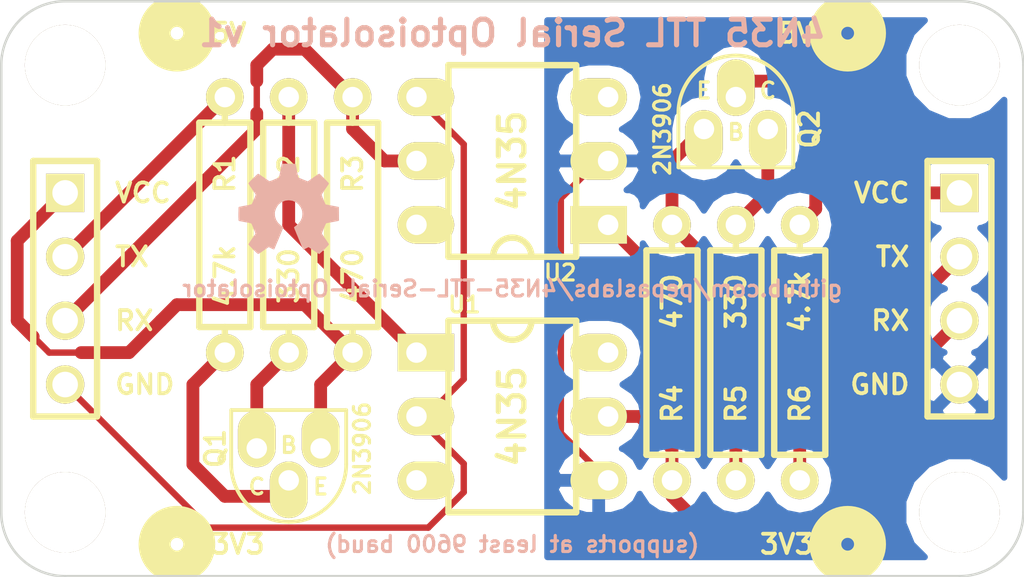
<source format=kicad_pcb>
(kicad_pcb (version 20171130) (host pcbnew "(5.1.12)-1")

  (general
    (thickness 1.6)
    (drawings 27)
    (tracks 74)
    (zones 0)
    (modules 17)
    (nets 15)
  )

  (page A3)
  (layers
    (0 F.Cu signal)
    (31 B.Cu signal)
    (32 B.Adhes user)
    (33 F.Adhes user)
    (34 B.Paste user)
    (35 F.Paste user)
    (36 B.SilkS user)
    (37 F.SilkS user)
    (38 B.Mask user)
    (39 F.Mask user)
    (40 Dwgs.User user)
    (41 Cmts.User user)
    (42 Eco1.User user)
    (43 Eco2.User user)
    (44 Edge.Cuts user)
  )

  (setup
    (last_trace_width 0.254)
    (user_trace_width 0.508)
    (trace_clearance 0.254)
    (zone_clearance 0.508)
    (zone_45_only no)
    (trace_min 0.254)
    (via_size 0.889)
    (via_drill 0.635)
    (via_min_size 0.889)
    (via_min_drill 0.508)
    (uvia_size 0.508)
    (uvia_drill 0.127)
    (uvias_allowed no)
    (uvia_min_size 0.508)
    (uvia_min_drill 0.127)
    (edge_width 0.1)
    (segment_width 0.2)
    (pcb_text_width 0.3)
    (pcb_text_size 1.5 1.5)
    (mod_edge_width 0.15)
    (mod_text_size 1 1)
    (mod_text_width 0.15)
    (pad_size 1.5 1.5)
    (pad_drill 0.6)
    (pad_to_mask_clearance 0)
    (aux_axis_origin 0 0)
    (visible_elements 7FFFFFFF)
    (pcbplotparams
      (layerselection 0x00030_ffffffff)
      (usegerberextensions true)
      (usegerberattributes true)
      (usegerberadvancedattributes true)
      (creategerberjobfile true)
      (excludeedgelayer true)
      (linewidth 0.150000)
      (plotframeref false)
      (viasonmask false)
      (mode 1)
      (useauxorigin false)
      (hpglpennumber 1)
      (hpglpenspeed 20)
      (hpglpendiameter 15.000000)
      (psnegative false)
      (psa4output false)
      (plotreference true)
      (plotvalue true)
      (plotinvisibletext false)
      (padsonsilk false)
      (subtractmaskfromsilk false)
      (outputformat 1)
      (mirror false)
      (drillshape 0)
      (scaleselection 1)
      (outputdirectory "../gerbers/"))
  )

  (net 0 "")
  (net 1 GNDA)
  (net 2 GNDB)
  (net 3 N-0000011)
  (net 4 N-0000012)
  (net 5 N-0000015)
  (net 6 N-000005)
  (net 7 N-000006)
  (net 8 N-000007)
  (net 9 RXA)
  (net 10 RXB)
  (net 11 TXA)
  (net 12 TXB)
  (net 13 VCCA)
  (net 14 VCCB)

  (net_class Default "This is the default net class."
    (clearance 0.254)
    (trace_width 0.254)
    (via_dia 0.889)
    (via_drill 0.635)
    (uvia_dia 0.508)
    (uvia_drill 0.127)
    (add_net GNDA)
    (add_net GNDB)
    (add_net N-0000011)
    (add_net N-0000012)
    (add_net N-0000015)
    (add_net N-000005)
    (add_net N-000006)
    (add_net N-000007)
    (add_net RXA)
    (add_net RXB)
    (add_net TXA)
    (add_net TXB)
    (add_net VCCA)
    (add_net VCCB)
  )

  (module TO-92_Q_EBC_059Bo_PL (layer F.Cu) (tedit 5324AA28) (tstamp 5546F383)
    (at 212.09 69.85)
    (descr "TO-92 Transistor, EBC pinout")
    (tags DEV)
    (path /5546F340)
    (fp_text reference Q1 (at -4.191 0 90) (layer F.SilkS)
      (effects (font (size 0.762 0.762) (thickness 0.1524)))
    )
    (fp_text value 2N3906 (at 1.651 0 90) (layer F.SilkS)
      (effects (font (size 0.635 0.635) (thickness 0.127)))
    )
    (fp_line (start -3.556 -1.524) (end -3.556 0.635) (layer F.SilkS) (width 0.15))
    (fp_line (start 1.016 -1.524) (end -3.556 -1.524) (layer F.SilkS) (width 0.15))
    (fp_line (start 1.016 0.635) (end 1.016 -1.524) (layer F.SilkS) (width 0.15))
    (fp_arc (start -1.27 0.635) (end -1.27 2.921) (angle 90) (layer F.SilkS) (width 0.15))
    (fp_arc (start -1.27 0.635) (end 1.016 0.635) (angle 90) (layer F.SilkS) (width 0.15))
    (fp_text user E (at 0 1.524) (layer F.SilkS)
      (effects (font (size 0.635 0.635) (thickness 0.127)))
    )
    (fp_text user B (at -1.27 -0.127) (layer F.SilkS)
      (effects (font (size 0.635 0.635) (thickness 0.127)))
    )
    (fp_text user C (at -2.54 1.524) (layer F.SilkS)
      (effects (font (size 0.635 0.635) (thickness 0.127)))
    )
    (pad 1 thru_hole oval (at 0 0) (size 1.4986 2.2479) (drill 0.8128 (offset 0 -0.37465)) (layers *.Cu *.Mask F.SilkS)
      (net 13 VCCA))
    (pad 2 thru_hole oval (at -1.27 1.27) (size 1.4986 2.2479) (drill 0.8128 (offset 0 0.37465)) (layers *.Cu *.Mask F.SilkS)
      (net 4 N-0000012))
    (pad 3 thru_hole oval (at -2.54 0) (size 1.4986 2.2479) (drill 0.8128 (offset 0 -0.37465)) (layers *.Cu *.Mask F.SilkS)
      (net 3 N-0000011))
    (model to-xxx-packages/to92.wrl
      (at (xyz 0 0 0))
      (scale (xyz 1 1 1))
      (rotate (xyz 0 0 0))
    )
  )

  (module TO-92_Q_EBC_059Bo_PL (layer F.Cu) (tedit 5324AA28) (tstamp 5546F392)
    (at 227.33 57.15 180)
    (descr "TO-92 Transistor, EBC pinout")
    (tags DEV)
    (path /5546F361)
    (fp_text reference Q2 (at -4.191 0 270) (layer F.SilkS)
      (effects (font (size 0.762 0.762) (thickness 0.1524)))
    )
    (fp_text value 2N3906 (at 1.651 0 270) (layer F.SilkS)
      (effects (font (size 0.635 0.635) (thickness 0.127)))
    )
    (fp_line (start -3.556 -1.524) (end -3.556 0.635) (layer F.SilkS) (width 0.15))
    (fp_line (start 1.016 -1.524) (end -3.556 -1.524) (layer F.SilkS) (width 0.15))
    (fp_line (start 1.016 0.635) (end 1.016 -1.524) (layer F.SilkS) (width 0.15))
    (fp_arc (start -1.27 0.635) (end -1.27 2.921) (angle 90) (layer F.SilkS) (width 0.15))
    (fp_arc (start -1.27 0.635) (end 1.016 0.635) (angle 90) (layer F.SilkS) (width 0.15))
    (fp_text user E (at 0 1.524 180) (layer F.SilkS)
      (effects (font (size 0.635 0.635) (thickness 0.127)))
    )
    (fp_text user B (at -1.27 -0.127 180) (layer F.SilkS)
      (effects (font (size 0.635 0.635) (thickness 0.127)))
    )
    (fp_text user C (at -2.54 1.524 180) (layer F.SilkS)
      (effects (font (size 0.635 0.635) (thickness 0.127)))
    )
    (pad 1 thru_hole oval (at 0 0 180) (size 1.4986 2.2479) (drill 0.8128 (offset 0 -0.37465)) (layers *.Cu *.Mask F.SilkS)
      (net 14 VCCB))
    (pad 2 thru_hole oval (at -1.27 1.27 180) (size 1.4986 2.2479) (drill 0.8128 (offset 0 0.37465)) (layers *.Cu *.Mask F.SilkS)
      (net 6 N-000005))
    (pad 3 thru_hole oval (at -2.54 0 180) (size 1.4986 2.2479) (drill 0.8128 (offset 0 -0.37465)) (layers *.Cu *.Mask F.SilkS)
      (net 7 N-000006))
    (model to-xxx-packages/to92.wrl
      (at (xyz 0 0 0))
      (scale (xyz 1 1 1))
      (rotate (xyz 0 0 0))
    )
  )

  (module R_AXIAL_0W25_059A_PL (layer F.Cu) (tedit 53A245D9) (tstamp 5546F39F)
    (at 208.28 55.88 270)
    (descr "Resistor Axial 1/4W 0.4\"")
    (tags R)
    (path /55465781)
    (autoplace_cost180 10)
    (fp_text reference R1 (at 3.048 0 270) (layer F.SilkS)
      (effects (font (size 0.762 0.762) (thickness 0.1524)))
    )
    (fp_text value 4.7k (at 7.112 0 270) (layer F.SilkS)
      (effects (font (size 0.762 0.762) (thickness 0.1524)))
    )
    (fp_line (start 10.16 0) (end 9.144 0) (layer F.SilkS) (width 0.254))
    (fp_line (start 1.016 1.016) (end 1.016 0) (layer F.SilkS) (width 0.254))
    (fp_line (start 9.144 1.016) (end 1.016 1.016) (layer F.SilkS) (width 0.254))
    (fp_line (start 9.144 -1.016) (end 9.144 1.016) (layer F.SilkS) (width 0.254))
    (fp_line (start 1.016 -1.016) (end 9.144 -1.016) (layer F.SilkS) (width 0.254))
    (fp_line (start 1.016 0) (end 1.016 -1.016) (layer F.SilkS) (width 0.254))
    (fp_line (start 0 0) (end 1.016 0) (layer F.SilkS) (width 0.254))
    (pad 1 thru_hole oval (at 0 0 270) (size 1.4986 1.4986) (drill 0.8128) (layers *.Cu *.Mask F.SilkS)
      (net 11 TXA))
    (pad 2 thru_hole oval (at 10.16 0 270) (size 1.4986 1.4986) (drill 0.8128) (layers *.Cu *.Mask F.SilkS)
      (net 4 N-0000012))
    (model discret/resistor.wrl
      (at (xyz 0 0 0))
      (scale (xyz 0.4 0.4 0.4))
      (rotate (xyz 0 0 0))
    )
  )

  (module R_AXIAL_0W25_059A_PL (layer F.Cu) (tedit 53A245D9) (tstamp 5546F3AC)
    (at 226.06 71.12 90)
    (descr "Resistor Axial 1/4W 0.4\"")
    (tags R)
    (path /55465B77)
    (autoplace_cost180 10)
    (fp_text reference R4 (at 3.048 0 90) (layer F.SilkS)
      (effects (font (size 0.762 0.762) (thickness 0.1524)))
    )
    (fp_text value 470 (at 7.112 0 90) (layer F.SilkS)
      (effects (font (size 0.762 0.762) (thickness 0.1524)))
    )
    (fp_line (start 10.16 0) (end 9.144 0) (layer F.SilkS) (width 0.254))
    (fp_line (start 1.016 1.016) (end 1.016 0) (layer F.SilkS) (width 0.254))
    (fp_line (start 9.144 1.016) (end 1.016 1.016) (layer F.SilkS) (width 0.254))
    (fp_line (start 9.144 -1.016) (end 9.144 1.016) (layer F.SilkS) (width 0.254))
    (fp_line (start 1.016 -1.016) (end 9.144 -1.016) (layer F.SilkS) (width 0.254))
    (fp_line (start 1.016 0) (end 1.016 -1.016) (layer F.SilkS) (width 0.254))
    (fp_line (start 0 0) (end 1.016 0) (layer F.SilkS) (width 0.254))
    (pad 1 thru_hole oval (at 0 0 90) (size 1.4986 1.4986) (drill 0.8128) (layers *.Cu *.Mask F.SilkS)
      (net 10 RXB))
    (pad 2 thru_hole oval (at 10.16 0 90) (size 1.4986 1.4986) (drill 0.8128) (layers *.Cu *.Mask F.SilkS)
      (net 14 VCCB))
    (model discret/resistor.wrl
      (at (xyz 0 0 0))
      (scale (xyz 0.4 0.4 0.4))
      (rotate (xyz 0 0 0))
    )
  )

  (module R_AXIAL_0W25_059A_PL (layer F.Cu) (tedit 53A245D9) (tstamp 5546F3B9)
    (at 210.82 55.88 270)
    (descr "Resistor Axial 1/4W 0.4\"")
    (tags R)
    (path /5546D91C)
    (autoplace_cost180 10)
    (fp_text reference R2 (at 3.048 0 270) (layer F.SilkS)
      (effects (font (size 0.762 0.762) (thickness 0.1524)))
    )
    (fp_text value 330 (at 7.112 0 270) (layer F.SilkS)
      (effects (font (size 0.762 0.762) (thickness 0.1524)))
    )
    (fp_line (start 10.16 0) (end 9.144 0) (layer F.SilkS) (width 0.254))
    (fp_line (start 1.016 1.016) (end 1.016 0) (layer F.SilkS) (width 0.254))
    (fp_line (start 9.144 1.016) (end 1.016 1.016) (layer F.SilkS) (width 0.254))
    (fp_line (start 9.144 -1.016) (end 9.144 1.016) (layer F.SilkS) (width 0.254))
    (fp_line (start 1.016 -1.016) (end 9.144 -1.016) (layer F.SilkS) (width 0.254))
    (fp_line (start 1.016 0) (end 1.016 -1.016) (layer F.SilkS) (width 0.254))
    (fp_line (start 0 0) (end 1.016 0) (layer F.SilkS) (width 0.254))
    (pad 1 thru_hole oval (at 0 0 270) (size 1.4986 1.4986) (drill 0.8128) (layers *.Cu *.Mask F.SilkS)
      (net 5 N-0000015))
    (pad 2 thru_hole oval (at 10.16 0 270) (size 1.4986 1.4986) (drill 0.8128) (layers *.Cu *.Mask F.SilkS)
      (net 3 N-0000011))
    (model discret/resistor.wrl
      (at (xyz 0 0 0))
      (scale (xyz 0.4 0.4 0.4))
      (rotate (xyz 0 0 0))
    )
  )

  (module R_AXIAL_0W25_059A_PL (layer F.Cu) (tedit 53A245D9) (tstamp 5546F3C6)
    (at 231.14 71.12 90)
    (descr "Resistor Axial 1/4W 0.4\"")
    (tags R)
    (path /5546D977)
    (autoplace_cost180 10)
    (fp_text reference R6 (at 3.048 0 90) (layer F.SilkS)
      (effects (font (size 0.762 0.762) (thickness 0.1524)))
    )
    (fp_text value 4.7k (at 7.112 0 90) (layer F.SilkS)
      (effects (font (size 0.762 0.762) (thickness 0.1524)))
    )
    (fp_line (start 10.16 0) (end 9.144 0) (layer F.SilkS) (width 0.254))
    (fp_line (start 1.016 1.016) (end 1.016 0) (layer F.SilkS) (width 0.254))
    (fp_line (start 9.144 1.016) (end 1.016 1.016) (layer F.SilkS) (width 0.254))
    (fp_line (start 9.144 -1.016) (end 9.144 1.016) (layer F.SilkS) (width 0.254))
    (fp_line (start 1.016 -1.016) (end 9.144 -1.016) (layer F.SilkS) (width 0.254))
    (fp_line (start 1.016 0) (end 1.016 -1.016) (layer F.SilkS) (width 0.254))
    (fp_line (start 0 0) (end 1.016 0) (layer F.SilkS) (width 0.254))
    (pad 1 thru_hole oval (at 0 0 90) (size 1.4986 1.4986) (drill 0.8128) (layers *.Cu *.Mask F.SilkS)
      (net 12 TXB))
    (pad 2 thru_hole oval (at 10.16 0 90) (size 1.4986 1.4986) (drill 0.8128) (layers *.Cu *.Mask F.SilkS)
      (net 6 N-000005))
    (model discret/resistor.wrl
      (at (xyz 0 0 0))
      (scale (xyz 0.4 0.4 0.4))
      (rotate (xyz 0 0 0))
    )
  )

  (module R_AXIAL_0W25_059A_PL (layer F.Cu) (tedit 53A245D9) (tstamp 5546F3D3)
    (at 213.36 55.88 270)
    (descr "Resistor Axial 1/4W 0.4\"")
    (tags R)
    (path /5546D97D)
    (autoplace_cost180 10)
    (fp_text reference R3 (at 3.048 0 270) (layer F.SilkS)
      (effects (font (size 0.762 0.762) (thickness 0.1524)))
    )
    (fp_text value 470 (at 7.112 0 270) (layer F.SilkS)
      (effects (font (size 0.762 0.762) (thickness 0.1524)))
    )
    (fp_line (start 10.16 0) (end 9.144 0) (layer F.SilkS) (width 0.254))
    (fp_line (start 1.016 1.016) (end 1.016 0) (layer F.SilkS) (width 0.254))
    (fp_line (start 9.144 1.016) (end 1.016 1.016) (layer F.SilkS) (width 0.254))
    (fp_line (start 9.144 -1.016) (end 9.144 1.016) (layer F.SilkS) (width 0.254))
    (fp_line (start 1.016 -1.016) (end 9.144 -1.016) (layer F.SilkS) (width 0.254))
    (fp_line (start 1.016 0) (end 1.016 -1.016) (layer F.SilkS) (width 0.254))
    (fp_line (start 0 0) (end 1.016 0) (layer F.SilkS) (width 0.254))
    (pad 1 thru_hole oval (at 0 0 270) (size 1.4986 1.4986) (drill 0.8128) (layers *.Cu *.Mask F.SilkS)
      (net 9 RXA))
    (pad 2 thru_hole oval (at 10.16 0 270) (size 1.4986 1.4986) (drill 0.8128) (layers *.Cu *.Mask F.SilkS)
      (net 13 VCCA))
    (model discret/resistor.wrl
      (at (xyz 0 0 0))
      (scale (xyz 0.4 0.4 0.4))
      (rotate (xyz 0 0 0))
    )
  )

  (module R_AXIAL_0W25_059A_PL (layer F.Cu) (tedit 53A245D9) (tstamp 5546F3E0)
    (at 228.6 71.12 90)
    (descr "Resistor Axial 1/4W 0.4\"")
    (tags R)
    (path /5546D98C)
    (autoplace_cost180 10)
    (fp_text reference R5 (at 3.048 0 90) (layer F.SilkS)
      (effects (font (size 0.762 0.762) (thickness 0.1524)))
    )
    (fp_text value 330 (at 7.112 0 90) (layer F.SilkS)
      (effects (font (size 0.762 0.762) (thickness 0.1524)))
    )
    (fp_line (start 10.16 0) (end 9.144 0) (layer F.SilkS) (width 0.254))
    (fp_line (start 1.016 1.016) (end 1.016 0) (layer F.SilkS) (width 0.254))
    (fp_line (start 9.144 1.016) (end 1.016 1.016) (layer F.SilkS) (width 0.254))
    (fp_line (start 9.144 -1.016) (end 9.144 1.016) (layer F.SilkS) (width 0.254))
    (fp_line (start 1.016 -1.016) (end 9.144 -1.016) (layer F.SilkS) (width 0.254))
    (fp_line (start 1.016 0) (end 1.016 -1.016) (layer F.SilkS) (width 0.254))
    (fp_line (start 0 0) (end 1.016 0) (layer F.SilkS) (width 0.254))
    (pad 1 thru_hole oval (at 0 0 90) (size 1.4986 1.4986) (drill 0.8128) (layers *.Cu *.Mask F.SilkS)
      (net 8 N-000007))
    (pad 2 thru_hole oval (at 10.16 0 90) (size 1.4986 1.4986) (drill 0.8128) (layers *.Cu *.Mask F.SilkS)
      (net 7 N-000006))
    (model discret/resistor.wrl
      (at (xyz 0 0 0))
      (scale (xyz 0.4 0.4 0.4))
      (rotate (xyz 0 0 0))
    )
  )

  (module PIN_ARRAY_4x1 (layer F.Cu) (tedit 5546FC4D) (tstamp 5546F3EC)
    (at 201.93 63.5 270)
    (descr "Double rangee de contacts 2 x 5 pins")
    (tags CONN)
    (path /554657AF)
    (fp_text reference P1 (at 0 -2.54 270) (layer F.SilkS) hide
      (effects (font (size 1.016 1.016) (thickness 0.2032)))
    )
    (fp_text value CONN_4 (at 0 2.54 270) (layer F.SilkS) hide
      (effects (font (size 1.016 1.016) (thickness 0.2032)))
    )
    (fp_line (start 5.08 1.27) (end 5.08 -1.27) (layer F.SilkS) (width 0.254))
    (fp_line (start -5.08 -1.27) (end -5.08 1.27) (layer F.SilkS) (width 0.254))
    (fp_line (start 5.08 -1.27) (end -5.08 -1.27) (layer F.SilkS) (width 0.254))
    (fp_line (start 5.08 1.27) (end -5.08 1.27) (layer F.SilkS) (width 0.254))
    (pad 1 thru_hole rect (at -3.81 0 270) (size 1.524 1.524) (drill 1.016) (layers *.Cu *.Mask F.SilkS)
      (net 13 VCCA))
    (pad 2 thru_hole circle (at -1.27 0 270) (size 1.524 1.524) (drill 1.016) (layers *.Cu *.Mask F.SilkS)
      (net 11 TXA))
    (pad 3 thru_hole circle (at 1.27 0 270) (size 1.524 1.524) (drill 1.016) (layers *.Cu *.Mask F.SilkS)
      (net 9 RXA))
    (pad 4 thru_hole circle (at 3.81 0 270) (size 1.524 1.524) (drill 1.016) (layers *.Cu *.Mask F.SilkS)
      (net 1 GNDA))
    (model pin_array\pins_array_4x1.wrl
      (at (xyz 0 0 0))
      (scale (xyz 1 1 1))
      (rotate (xyz 0 0 0))
    )
  )

  (module PIN_ARRAY_4x1 (layer F.Cu) (tedit 5546FCF8) (tstamp 5546F3F8)
    (at 237.49 63.5 270)
    (descr "Double rangee de contacts 2 x 5 pins")
    (tags CONN)
    (path /55465835)
    (fp_text reference P2 (at 0 -2.54 270) (layer F.SilkS) hide
      (effects (font (size 1.016 1.016) (thickness 0.2032)))
    )
    (fp_text value CONN_4 (at 0 2.54 270) (layer F.SilkS) hide
      (effects (font (size 1.016 1.016) (thickness 0.2032)))
    )
    (fp_line (start 5.08 1.27) (end 5.08 -1.27) (layer F.SilkS) (width 0.254))
    (fp_line (start -5.08 -1.27) (end -5.08 1.27) (layer F.SilkS) (width 0.254))
    (fp_line (start 5.08 -1.27) (end -5.08 -1.27) (layer F.SilkS) (width 0.254))
    (fp_line (start 5.08 1.27) (end -5.08 1.27) (layer F.SilkS) (width 0.254))
    (pad 1 thru_hole rect (at -3.81 0 270) (size 1.524 1.524) (drill 1.016) (layers *.Cu *.Mask F.SilkS)
      (net 14 VCCB))
    (pad 2 thru_hole circle (at -1.27 0 270) (size 1.524 1.524) (drill 1.016) (layers *.Cu *.Mask F.SilkS)
      (net 12 TXB))
    (pad 3 thru_hole circle (at 1.27 0 270) (size 1.524 1.524) (drill 1.016) (layers *.Cu *.Mask F.SilkS)
      (net 10 RXB))
    (pad 4 thru_hole circle (at 3.81 0 270) (size 1.524 1.524) (drill 1.016) (layers *.Cu *.Mask F.SilkS)
      (net 2 GNDB))
    (model pin_array\pins_array_4x1.wrl
      (at (xyz 0 0 0))
      (scale (xyz 1 1 1))
      (rotate (xyz 0 0 0))
    )
  )

  (module DIP6_PL (layer F.Cu) (tedit 5546FCDC) (tstamp 5546F408)
    (at 215.9 66.04 270)
    (descr "6-lead DIP package")
    (tags DIP)
    (path /55465719)
    (fp_text reference U1 (at -1.905 -1.905) (layer F.SilkS)
      (effects (font (size 0.635 0.635) (thickness 0.127)))
    )
    (fp_text value 4N35 (at 2.54 -3.81 270) (layer F.SilkS)
      (effects (font (size 1.016 1.016) (thickness 0.2032)))
    )
    (fp_line (start -1.27 -1.27) (end -1.27 -6.35) (layer F.SilkS) (width 0.254))
    (fp_line (start 6.35 -1.27) (end -1.27 -1.27) (layer F.SilkS) (width 0.254))
    (fp_line (start 6.35 -6.35) (end 6.35 -1.27) (layer F.SilkS) (width 0.254))
    (fp_line (start -1.27 -6.35) (end 6.35 -6.35) (layer F.SilkS) (width 0.254))
    (fp_arc (start -1.27 -3.81) (end -1.27 -4.572) (angle 90) (layer F.SilkS) (width 0.254))
    (fp_arc (start -1.27 -3.81) (end -0.508 -3.81) (angle 90) (layer F.SilkS) (width 0.254))
    (pad 1 thru_hole rect (at 0 0 270) (size 1.4986 2.2479) (drill 0.8128 (offset 0 -0.37465)) (layers *.Cu *.Mask F.SilkS)
      (net 5 N-0000015))
    (pad 2 thru_hole oval (at 2.54 0 270) (size 1.4986 2.2479) (drill 0.8128 (offset 0 -0.37465)) (layers *.Cu *.Mask F.SilkS)
      (net 1 GNDA))
    (pad 3 thru_hole oval (at 5.08 0 270) (size 1.4986 2.2479) (drill 0.8128 (offset 0 -0.37465)) (layers *.Cu *.Mask F.SilkS))
    (pad 4 thru_hole oval (at 5.08 -7.62 270) (size 1.4986 2.2479) (drill 0.8128 (offset 0 0.37465)) (layers *.Cu *.Mask F.SilkS)
      (net 2 GNDB))
    (pad 5 thru_hole oval (at 2.54 -7.62 270) (size 1.4986 2.2479) (drill 0.8128 (offset 0 0.37465)) (layers *.Cu *.Mask F.SilkS)
      (net 10 RXB))
    (pad 6 thru_hole oval (at 0 -7.62 270) (size 1.4986 2.2479) (drill 0.8128 (offset 0 0.37465)) (layers *.Cu *.Mask F.SilkS))
    (model dil/dil_8.wrl
      (at (xyz 0 0 0))
      (scale (xyz 1 1 1))
      (rotate (xyz 0 0 0))
    )
  )

  (module DIP6_PL (layer F.Cu) (tedit 5546FCE9) (tstamp 5546F418)
    (at 223.52 60.96 90)
    (descr "6-lead DIP package")
    (tags DIP)
    (path /5546D971)
    (fp_text reference U2 (at -1.905 -1.905 180) (layer F.SilkS)
      (effects (font (size 0.635 0.635) (thickness 0.127)))
    )
    (fp_text value 4N35 (at 2.54 -3.81 90) (layer F.SilkS)
      (effects (font (size 1.016 1.016) (thickness 0.2032)))
    )
    (fp_line (start -1.27 -1.27) (end -1.27 -6.35) (layer F.SilkS) (width 0.254))
    (fp_line (start 6.35 -1.27) (end -1.27 -1.27) (layer F.SilkS) (width 0.254))
    (fp_line (start 6.35 -6.35) (end 6.35 -1.27) (layer F.SilkS) (width 0.254))
    (fp_line (start -1.27 -6.35) (end 6.35 -6.35) (layer F.SilkS) (width 0.254))
    (fp_arc (start -1.27 -3.81) (end -1.27 -4.572) (angle 90) (layer F.SilkS) (width 0.254))
    (fp_arc (start -1.27 -3.81) (end -0.508 -3.81) (angle 90) (layer F.SilkS) (width 0.254))
    (pad 1 thru_hole rect (at 0 0 90) (size 1.4986 2.2479) (drill 0.8128 (offset 0 -0.37465)) (layers *.Cu *.Mask F.SilkS)
      (net 8 N-000007))
    (pad 2 thru_hole oval (at 2.54 0 90) (size 1.4986 2.2479) (drill 0.8128 (offset 0 -0.37465)) (layers *.Cu *.Mask F.SilkS)
      (net 2 GNDB))
    (pad 3 thru_hole oval (at 5.08 0 90) (size 1.4986 2.2479) (drill 0.8128 (offset 0 -0.37465)) (layers *.Cu *.Mask F.SilkS))
    (pad 4 thru_hole oval (at 5.08 -7.62 90) (size 1.4986 2.2479) (drill 0.8128 (offset 0 0.37465)) (layers *.Cu *.Mask F.SilkS)
      (net 1 GNDA))
    (pad 5 thru_hole oval (at 2.54 -7.62 90) (size 1.4986 2.2479) (drill 0.8128 (offset 0 0.37465)) (layers *.Cu *.Mask F.SilkS)
      (net 9 RXA))
    (pad 6 thru_hole oval (at 0 -7.62 90) (size 1.4986 2.2479) (drill 0.8128 (offset 0 0.37465)) (layers *.Cu *.Mask F.SilkS))
    (model dil/dil_8.wrl
      (at (xyz 0 0 0))
      (scale (xyz 1 1 1))
      (rotate (xyz 0 0 0))
    )
  )

  (module hole_M3_2 (layer F.Cu) (tedit 550BAD19) (tstamp 5547BC08)
    (at 201.93 54.61)
    (descr "M3 mounting hole")
    (path 1pin)
    (fp_text reference H*** (at 0 -3.048) (layer F.SilkS) hide
      (effects (font (size 1.016 1.016) (thickness 0.254)))
    )
    (fp_text value Val** (at 0 2.794) (layer F.SilkS) hide
      (effects (font (size 1.016 1.016) (thickness 0.254)))
    )
    (pad 1 thru_hole circle (at 0 0) (size 3.2 3.2) (drill 3.2) (layers *.Cu *.Mask F.SilkS))
  )

  (module hole_M3_2 (layer F.Cu) (tedit 550BAD19) (tstamp 5547BC3A)
    (at 237.49 54.61)
    (descr "M3 mounting hole")
    (path 1pin)
    (fp_text reference H*** (at 0 -3.048) (layer F.SilkS) hide
      (effects (font (size 1.016 1.016) (thickness 0.254)))
    )
    (fp_text value Val** (at 0 2.794) (layer F.SilkS) hide
      (effects (font (size 1.016 1.016) (thickness 0.254)))
    )
    (pad 1 thru_hole circle (at 0 0) (size 3.2 3.2) (drill 3.2) (layers *.Cu *.Mask F.SilkS))
  )

  (module hole_M3_2 (layer F.Cu) (tedit 550BAD19) (tstamp 5547BC48)
    (at 237.49 72.39)
    (descr "M3 mounting hole")
    (path 1pin)
    (fp_text reference H*** (at 0 -3.048) (layer F.SilkS) hide
      (effects (font (size 1.016 1.016) (thickness 0.254)))
    )
    (fp_text value Val** (at 0 2.794) (layer F.SilkS) hide
      (effects (font (size 1.016 1.016) (thickness 0.254)))
    )
    (pad 1 thru_hole circle (at 0 0) (size 3.2 3.2) (drill 3.2) (layers *.Cu *.Mask F.SilkS))
  )

  (module hole_M3_2 (layer F.Cu) (tedit 550BAD19) (tstamp 5547BC51)
    (at 201.93 72.39)
    (descr "M3 mounting hole")
    (path 1pin)
    (fp_text reference H*** (at 0 -3.048) (layer F.SilkS) hide
      (effects (font (size 1.016 1.016) (thickness 0.254)))
    )
    (fp_text value Val** (at 0 2.794) (layer F.SilkS) hide
      (effects (font (size 1.016 1.016) (thickness 0.254)))
    )
    (pad 1 thru_hole circle (at 0 0) (size 3.2 3.2) (drill 3.2) (layers *.Cu *.Mask F.SilkS))
  )

  (module OSHW-logo_silkscreen-back_4mm (layer F.Cu) (tedit 0) (tstamp 55476A21)
    (at 210.82 60.325)
    (fp_text reference G*** (at 0 2.1209) (layer B.SilkS) hide
      (effects (font (size 0.18034 0.18034) (thickness 0.03556)))
    )
    (fp_text value OSHW-logo_silkscreen-back_4mm (at 0 -2.1209) (layer B.SilkS) hide
      (effects (font (size 0.18034 0.18034) (thickness 0.03556)))
    )
    (fp_poly (pts (xy 1.21158 1.79578) (xy 1.19126 1.78562) (xy 1.143 1.75514) (xy 1.07696 1.71196)
      (xy 0.99822 1.65862) (xy 0.91948 1.60528) (xy 0.85344 1.5621) (xy 0.80772 1.53162)
      (xy 0.78994 1.52146) (xy 0.77978 1.524) (xy 0.74168 1.54432) (xy 0.6858 1.57226)
      (xy 0.65532 1.5875) (xy 0.60452 1.61036) (xy 0.57912 1.61544) (xy 0.57658 1.60782)
      (xy 0.55626 1.56972) (xy 0.52832 1.50368) (xy 0.49022 1.41732) (xy 0.44704 1.31572)
      (xy 0.40132 1.2065) (xy 0.3556 1.09474) (xy 0.30988 0.98806) (xy 0.27178 0.89154)
      (xy 0.23876 0.81534) (xy 0.21844 0.75946) (xy 0.21082 0.7366) (xy 0.21336 0.73152)
      (xy 0.23876 0.70866) (xy 0.28194 0.67564) (xy 0.37846 0.5969) (xy 0.4699 0.48006)
      (xy 0.52832 0.34798) (xy 0.5461 0.20066) (xy 0.53086 0.06604) (xy 0.47752 -0.0635)
      (xy 0.38608 -0.18288) (xy 0.27432 -0.26924) (xy 0.14478 -0.32512) (xy 0 -0.3429)
      (xy -0.1397 -0.32766) (xy -0.27178 -0.27432) (xy -0.39116 -0.18542) (xy -0.43942 -0.127)
      (xy -0.508 -0.00762) (xy -0.54864 0.11938) (xy -0.55118 0.14986) (xy -0.5461 0.2921)
      (xy -0.50546 0.42672) (xy -0.4318 0.5461) (xy -0.32766 0.64516) (xy -0.31496 0.65532)
      (xy -0.2667 0.69088) (xy -0.23622 0.71374) (xy -0.21082 0.73406) (xy -0.38862 1.16586)
      (xy -0.41656 1.23444) (xy -0.46736 1.35128) (xy -0.51054 1.45288) (xy -0.54356 1.53416)
      (xy -0.56896 1.5875) (xy -0.57912 1.61036) (xy -0.59436 1.6129) (xy -0.62738 1.6002)
      (xy -0.68834 1.57226) (xy -0.72898 1.55194) (xy -0.7747 1.52908) (xy -0.79502 1.52146)
      (xy -0.8128 1.53162) (xy -0.85598 1.55956) (xy -0.91948 1.60274) (xy -0.99568 1.65354)
      (xy -1.06934 1.70434) (xy -1.13792 1.75006) (xy -1.18618 1.78054) (xy -1.21158 1.79324)
      (xy -1.21412 1.79324) (xy -1.23444 1.78054) (xy -1.27508 1.75006) (xy -1.3335 1.69418)
      (xy -1.41478 1.6129) (xy -1.42748 1.6002) (xy -1.49606 1.52908) (xy -1.55194 1.47066)
      (xy -1.59004 1.43002) (xy -1.60274 1.41224) (xy -1.59004 1.38684) (xy -1.55956 1.33858)
      (xy -1.51384 1.27) (xy -1.4605 1.19126) (xy -1.31826 0.98298) (xy -1.397 0.7874)
      (xy -1.41986 0.72898) (xy -1.45034 0.65532) (xy -1.4732 0.60452) (xy -1.4859 0.58166)
      (xy -1.50622 0.57404) (xy -1.55956 0.56134) (xy -1.6383 0.54356) (xy -1.72974 0.52832)
      (xy -1.81864 0.51054) (xy -1.89738 0.4953) (xy -1.9558 0.48514) (xy -1.9812 0.48006)
      (xy -1.98628 0.47498) (xy -1.99136 0.46228) (xy -1.99644 0.43688) (xy -1.99644 0.38862)
      (xy -1.99898 0.31242) (xy -1.99898 0.20066) (xy -1.99898 0.1905) (xy -1.99644 0.08382)
      (xy -1.99644 0) (xy -1.9939 -0.05334) (xy -1.98882 -0.07366) (xy -1.96342 -0.08128)
      (xy -1.90754 -0.09144) (xy -1.8288 -0.10922) (xy -1.73228 -0.127) (xy -1.7272 -0.127)
      (xy -1.63322 -0.14478) (xy -1.55448 -0.16256) (xy -1.4986 -0.17526) (xy -1.47574 -0.18288)
      (xy -1.47066 -0.18796) (xy -1.45034 -0.22606) (xy -1.4224 -0.28448) (xy -1.39192 -0.3556)
      (xy -1.36144 -0.42926) (xy -1.3335 -0.49784) (xy -1.31572 -0.5461) (xy -1.31064 -0.56896)
      (xy -1.32588 -0.59182) (xy -1.3589 -0.64262) (xy -1.40462 -0.70866) (xy -1.4605 -0.78994)
      (xy -1.46304 -0.79756) (xy -1.51892 -0.8763) (xy -1.5621 -0.94488) (xy -1.59258 -0.99314)
      (xy -1.60274 -1.01346) (xy -1.60274 -1.016) (xy -1.58496 -1.03886) (xy -1.54432 -1.08458)
      (xy -1.4859 -1.14554) (xy -1.41478 -1.21666) (xy -1.39192 -1.23698) (xy -1.31572 -1.31318)
      (xy -1.26238 -1.36398) (xy -1.22682 -1.38938) (xy -1.21158 -1.397) (xy -1.21158 -1.39446)
      (xy -1.18618 -1.38176) (xy -1.13538 -1.34874) (xy -1.0668 -1.30048) (xy -0.98552 -1.24714)
      (xy -0.98044 -1.24206) (xy -0.9017 -1.18872) (xy -0.83566 -1.143) (xy -0.7874 -1.11252)
      (xy -0.76708 -1.09982) (xy -0.762 -1.09982) (xy -0.73152 -1.10998) (xy -0.6731 -1.12776)
      (xy -0.60452 -1.1557) (xy -0.53086 -1.18618) (xy -0.46228 -1.21412) (xy -0.41148 -1.23698)
      (xy -0.38862 -1.24968) (xy -0.38862 -1.25222) (xy -0.37846 -1.28016) (xy -0.36576 -1.34112)
      (xy -0.34798 -1.4224) (xy -0.3302 -1.52146) (xy -0.32766 -1.5367) (xy -0.30988 -1.63068)
      (xy -0.29464 -1.70942) (xy -0.28194 -1.7653) (xy -0.27686 -1.78816) (xy -0.26416 -1.7907)
      (xy -0.2159 -1.79324) (xy -0.14478 -1.79578) (xy -0.05842 -1.79578) (xy 0.03048 -1.79578)
      (xy 0.11684 -1.79324) (xy 0.19304 -1.7907) (xy 0.24638 -1.78816) (xy 0.26924 -1.78308)
      (xy 0.27178 -1.78054) (xy 0.2794 -1.7526) (xy 0.2921 -1.69164) (xy 0.30988 -1.61036)
      (xy 0.32766 -1.5113) (xy 0.3302 -1.49352) (xy 0.34798 -1.39954) (xy 0.36576 -1.3208)
      (xy 0.37592 -1.26746) (xy 0.38354 -1.24714) (xy 0.39116 -1.24206) (xy 0.42926 -1.22428)
      (xy 0.49276 -1.19888) (xy 0.57404 -1.16586) (xy 0.75692 -1.0922) (xy 0.98044 -1.24714)
      (xy 1.00076 -1.25984) (xy 1.08204 -1.31572) (xy 1.14808 -1.3589) (xy 1.1938 -1.38938)
      (xy 1.21412 -1.39954) (xy 1.23698 -1.37922) (xy 1.2827 -1.33858) (xy 1.34366 -1.27762)
      (xy 1.41224 -1.20904) (xy 1.46558 -1.1557) (xy 1.52654 -1.0922) (xy 1.56718 -1.05156)
      (xy 1.5875 -1.02362) (xy 1.59512 -1.00584) (xy 1.59258 -0.99568) (xy 1.57988 -0.97282)
      (xy 1.54686 -0.92456) (xy 1.50114 -0.85598) (xy 1.44526 -0.77724) (xy 1.39954 -0.70866)
      (xy 1.35128 -0.635) (xy 1.3208 -0.58166) (xy 1.3081 -0.55372) (xy 1.31064 -0.54356)
      (xy 1.32842 -0.50038) (xy 1.35382 -0.4318) (xy 1.38684 -0.35306) (xy 1.46558 -0.17526)
      (xy 1.58242 -0.15494) (xy 1.65354 -0.1397) (xy 1.7526 -0.12192) (xy 1.84658 -0.10414)
      (xy 1.9939 -0.07366) (xy 1.99898 0.46482) (xy 1.97612 0.47498) (xy 1.95326 0.4826)
      (xy 1.89992 0.49276) (xy 1.82118 0.508) (xy 1.72974 0.52578) (xy 1.651 0.54102)
      (xy 1.57226 0.55626) (xy 1.51638 0.56642) (xy 1.49098 0.5715) (xy 1.48336 0.58166)
      (xy 1.46304 0.61976) (xy 1.4351 0.68072) (xy 1.40462 0.75438) (xy 1.37414 0.82804)
      (xy 1.3462 0.89916) (xy 1.32588 0.9525) (xy 1.31826 0.98044) (xy 1.32842 1.00076)
      (xy 1.3589 1.04648) (xy 1.40208 1.11252) (xy 1.45542 1.19126) (xy 1.5113 1.27)
      (xy 1.55448 1.33858) (xy 1.5875 1.38684) (xy 1.6002 1.40716) (xy 1.59258 1.4224)
      (xy 1.5621 1.4605) (xy 1.50368 1.52146) (xy 1.41478 1.61036) (xy 1.39954 1.62306)
      (xy 1.33096 1.69164) (xy 1.27 1.74498) (xy 1.22936 1.78308) (xy 1.21158 1.79578)) (layer B.SilkS) (width 0.00254))
  )

  (gr_text "(supports at least 9600 baud)" (at 219.71 73.66) (layer B.SilkS)
    (effects (font (size 0.635 0.635) (thickness 0.127)) (justify mirror))
  )
  (gr_text "4N35 TTL Serial Optoisolator v1" (at 219.71 53.34) (layer B.SilkS)
    (effects (font (size 1.016 1.016) (thickness 0.2032)) (justify mirror))
  )
  (gr_text github.com/pepaslabs/4N35-TTL-Serial-Optoisolator (at 219.71 63.5) (layer B.SilkS)
    (effects (font (size 0.635 0.635) (thickness 0.127)) (justify mirror))
  )
  (gr_line (start 240.03 54.61) (end 240.03 72.39) (angle 90) (layer Edge.Cuts) (width 0.1))
  (gr_line (start 199.39 54.61) (end 199.39 72.39) (angle 90) (layer Edge.Cuts) (width 0.1))
  (gr_circle (center 233.045 73.66) (end 233.299 73.66) (layer F.SilkS) (width 1.27))
  (gr_circle (center 233.045 53.34) (end 233.299 53.34) (layer F.SilkS) (width 1.27))
  (gr_circle (center 206.375 73.66) (end 206.375 73.406) (layer F.SilkS) (width 1.27))
  (gr_circle (center 206.375 53.34) (end 206.629 53.34) (layer F.SilkS) (width 1.27))
  (gr_line (start 201.93 74.93) (end 237.49 74.93) (angle 90) (layer Edge.Cuts) (width 0.1))
  (gr_line (start 237.49 52.07) (end 201.93 52.07) (angle 90) (layer Edge.Cuts) (width 0.1))
  (gr_arc (start 237.49 72.39) (end 240.03 72.39) (angle 90) (layer Edge.Cuts) (width 0.1))
  (gr_arc (start 237.49 54.61) (end 237.49 52.07) (angle 90) (layer Edge.Cuts) (width 0.1))
  (gr_arc (start 201.93 72.39) (end 201.93 74.93) (angle 90) (layer Edge.Cuts) (width 0.1))
  (gr_arc (start 201.93 54.61) (end 199.39 54.61) (angle 90) (layer Edge.Cuts) (width 0.1))
  (gr_text 3V3 (at 231.775 73.66) (layer F.SilkS)
    (effects (font (size 0.762 0.762) (thickness 0.1524)) (justify right))
  )
  (gr_text 5V (at 231.775 53.34) (layer F.SilkS)
    (effects (font (size 0.762 0.762) (thickness 0.1524)) (justify right))
  )
  (gr_text 3V3 (at 207.645 73.66) (layer F.SilkS)
    (effects (font (size 0.762 0.762) (thickness 0.1524)) (justify left))
  )
  (gr_text 5V (at 207.645 53.34) (layer F.SilkS)
    (effects (font (size 0.762 0.762) (thickness 0.1524)) (justify left))
  )
  (gr_text GND (at 203.835 67.31) (layer F.SilkS)
    (effects (font (size 0.762 0.762) (thickness 0.1524)) (justify left))
  )
  (gr_text RX (at 203.835 64.77) (layer F.SilkS)
    (effects (font (size 0.762 0.762) (thickness 0.1524)) (justify left))
  )
  (gr_text TX (at 203.835 62.23) (layer F.SilkS)
    (effects (font (size 0.762 0.762) (thickness 0.1524)) (justify left))
  )
  (gr_text VCC (at 203.835 59.69) (layer F.SilkS)
    (effects (font (size 0.762 0.762) (thickness 0.1524)) (justify left))
  )
  (gr_text GND (at 235.585 67.31) (layer F.SilkS)
    (effects (font (size 0.762 0.762) (thickness 0.1524)) (justify right))
  )
  (gr_text RX (at 235.585 64.77) (layer F.SilkS)
    (effects (font (size 0.762 0.762) (thickness 0.1524)) (justify right))
  )
  (gr_text TX (at 235.585 62.23) (layer F.SilkS)
    (effects (font (size 0.762 0.762) (thickness 0.1524)) (justify right))
  )
  (gr_text VCC (at 235.585 59.69) (layer F.SilkS)
    (effects (font (size 0.762 0.762) (thickness 0.1524)) (justify right))
  )

  (segment (start 217.77961 70.45961) (end 215.9 68.58) (width 0.254) (layer F.Cu) (net 1))
  (segment (start 217.77961 71.588189) (end 217.77961 70.45961) (width 0.254) (layer F.Cu) (net 1))
  (segment (start 216.368189 72.99961) (end 217.77961 71.588189) (width 0.254) (layer F.Cu) (net 1))
  (segment (start 207.61961 72.99961) (end 216.368189 72.99961) (width 0.254) (layer F.Cu) (net 1))
  (segment (start 201.93 67.31) (end 207.61961 72.99961) (width 0.254) (layer F.Cu) (net 1))
  (segment (start 217.779601 57.759601) (end 215.9 55.88) (width 0.254) (layer F.Cu) (net 1))
  (segment (start 217.779601 67.094101) (end 217.779601 57.759601) (width 0.254) (layer F.Cu) (net 1))
  (segment (start 216.293702 68.58) (end 217.779601 67.094101) (width 0.254) (layer F.Cu) (net 1))
  (segment (start 215.9 68.58) (end 216.293702 68.58) (width 0.254) (layer F.Cu) (net 1))
  (segment (start 221.64039 69.24039) (end 223.52 71.12) (width 0.254) (layer F.Cu) (net 2))
  (segment (start 221.64039 59.905908) (end 221.64039 69.24039) (width 0.254) (layer F.Cu) (net 2))
  (segment (start 223.126298 58.42) (end 221.64039 59.905908) (width 0.254) (layer F.Cu) (net 2))
  (segment (start 223.52 58.42) (end 223.126298 58.42) (width 0.254) (layer F.Cu) (net 2))
  (segment (start 210.82 66.04) (end 209.55 67.31) (width 0.508) (layer F.Cu) (net 3))
  (segment (start 209.55 67.31) (end 209.55 69.85) (width 0.508) (layer F.Cu) (net 3) (tstamp 554708A1))
  (segment (start 208.28 66.04) (end 207.01 67.31) (width 0.508) (layer F.Cu) (net 4))
  (segment (start 210.185 71.755) (end 210.82 71.12) (width 0.508) (layer F.Cu) (net 4) (tstamp 554849BD))
  (segment (start 208.28 71.755) (end 210.185 71.755) (width 0.508) (layer F.Cu) (net 4) (tstamp 554849BC))
  (segment (start 207.01 70.485) (end 208.28 71.755) (width 0.508) (layer F.Cu) (net 4) (tstamp 554849BB))
  (segment (start 207.01 67.31) (end 207.01 70.485) (width 0.508) (layer F.Cu) (net 4) (tstamp 554849BA))
  (segment (start 210.82 55.88) (end 210.82 60.96) (width 0.508) (layer F.Cu) (net 5))
  (segment (start 210.82 60.96) (end 215.9 66.04) (width 0.508) (layer F.Cu) (net 5) (tstamp 5546FB0E))
  (segment (start 231.14 60.96) (end 231.775 60.325) (width 0.508) (layer F.Cu) (net 6))
  (segment (start 229.235 55.245) (end 228.6 55.88) (width 0.508) (layer F.Cu) (net 6) (tstamp 55484A1E))
  (segment (start 231.14 55.245) (end 229.235 55.245) (width 0.508) (layer F.Cu) (net 6) (tstamp 55484A19))
  (segment (start 231.775 55.88) (end 231.14 55.245) (width 0.508) (layer F.Cu) (net 6) (tstamp 55484A17))
  (segment (start 231.775 60.325) (end 231.775 55.88) (width 0.508) (layer F.Cu) (net 6) (tstamp 55484A15))
  (segment (start 228.6 60.96) (end 229.87 59.69) (width 0.508) (layer F.Cu) (net 7))
  (segment (start 229.87 59.69) (end 229.87 57.15) (width 0.508) (layer F.Cu) (net 7) (tstamp 55484A07))
  (segment (start 223.52 60.96) (end 228.6 66.04) (width 0.508) (layer F.Cu) (net 8))
  (segment (start 228.6 66.04) (end 228.6 71.12) (width 0.508) (layer F.Cu) (net 8) (tstamp 5546FA99))
  (segment (start 209.55 55.245) (end 209.55 54.61) (width 0.508) (layer F.Cu) (net 9))
  (segment (start 201.93 64.77) (end 209.55 57.15) (width 0.508) (layer F.Cu) (net 9))
  (segment (start 209.55 57.15) (end 209.55 56.515) (width 0.508) (layer F.Cu) (net 9) (tstamp 5548497D))
  (segment (start 209.55 55.245) (end 209.55 56.515) (width 0.254) (layer F.Cu) (net 9))
  (segment (start 211.455 53.975) (end 213.36 55.88) (width 0.508) (layer F.Cu) (net 9) (tstamp 5548499B))
  (segment (start 210.185 53.975) (end 211.455 53.975) (width 0.508) (layer F.Cu) (net 9) (tstamp 55484999))
  (segment (start 209.55 54.61) (end 210.185 53.975) (width 0.508) (layer F.Cu) (net 9) (tstamp 55484997))
  (segment (start 213.36 55.88) (end 213.36 57.15) (width 0.508) (layer F.Cu) (net 9))
  (segment (start 213.36 57.15) (end 214.63 58.42) (width 0.508) (layer F.Cu) (net 9) (tstamp 5546FB0A))
  (segment (start 214.63 58.42) (end 215.9 58.42) (width 0.508) (layer F.Cu) (net 9) (tstamp 5546FB0B))
  (segment (start 226.06 71.12) (end 226.06 71.755) (width 0.508) (layer F.Cu) (net 10))
  (segment (start 233.045 69.215) (end 237.49 64.77) (width 0.508) (layer F.Cu) (net 10) (tstamp 55484A4D))
  (segment (start 233.045 71.755) (end 233.045 69.215) (width 0.508) (layer F.Cu) (net 10) (tstamp 55484A4A))
  (segment (start 231.775 73.025) (end 233.045 71.755) (width 0.508) (layer F.Cu) (net 10) (tstamp 55484A46))
  (segment (start 227.33 73.025) (end 231.775 73.025) (width 0.508) (layer F.Cu) (net 10) (tstamp 55484A44))
  (segment (start 226.06 71.755) (end 227.33 73.025) (width 0.508) (layer F.Cu) (net 10) (tstamp 55484A43))
  (segment (start 223.52 68.58) (end 224.79 68.58) (width 0.508) (layer F.Cu) (net 10))
  (segment (start 226.06 69.85) (end 226.06 71.12) (width 0.508) (layer F.Cu) (net 10) (tstamp 5546FA96))
  (segment (start 224.79 68.58) (end 226.06 69.85) (width 0.508) (layer F.Cu) (net 10) (tstamp 5546FA95))
  (segment (start 208.28 55.88) (end 201.93 62.23) (width 0.508) (layer F.Cu) (net 11))
  (segment (start 231.14 71.12) (end 231.14 68.58) (width 0.508) (layer F.Cu) (net 12))
  (segment (start 231.14 68.58) (end 237.49 62.23) (width 0.508) (layer F.Cu) (net 12) (tstamp 5546FB4E))
  (segment (start 200.66 65.405) (end 200.025 64.77) (width 0.508) (layer F.Cu) (net 13))
  (segment (start 211.455 64.135) (end 206.375 64.135) (width 0.508) (layer F.Cu) (net 13) (tstamp 554849CB))
  (segment (start 206.375 64.135) (end 205.74 64.77) (width 0.508) (layer F.Cu) (net 13) (tstamp 554849CC))
  (segment (start 201.93 59.69) (end 200.66 60.96) (width 0.508) (layer F.Cu) (net 13))
  (segment (start 212.09 64.77) (end 213.36 66.04) (width 0.508) (layer F.Cu) (net 13) (tstamp 5546FB7B))
  (segment (start 204.47 66.04) (end 205.74 64.77) (width 0.508) (layer F.Cu) (net 13) (tstamp 5546FB79))
  (segment (start 202.565 66.04) (end 204.47 66.04) (width 0.508) (layer F.Cu) (net 13) (tstamp 554849D9))
  (segment (start 201.295 66.04) (end 202.565 66.04) (width 0.254) (layer F.Cu) (net 13) (tstamp 5546FB78))
  (segment (start 200.66 65.405) (end 201.295 66.04) (width 0.254) (layer F.Cu) (net 13) (tstamp 5546FB77))
  (segment (start 212.09 64.77) (end 211.455 64.135) (width 0.508) (layer F.Cu) (net 13))
  (segment (start 200.025 61.595) (end 200.66 60.96) (width 0.508) (layer F.Cu) (net 13) (tstamp 554849E4))
  (segment (start 200.025 64.77) (end 200.025 61.595) (width 0.508) (layer F.Cu) (net 13) (tstamp 554849E2))
  (segment (start 212.09 69.85) (end 212.09 67.31) (width 0.508) (layer F.Cu) (net 13))
  (segment (start 212.09 67.31) (end 213.36 66.04) (width 0.508) (layer F.Cu) (net 13) (tstamp 5546FB12))
  (segment (start 227.33 62.23) (end 227.965 62.865) (width 0.508) (layer F.Cu) (net 14))
  (segment (start 226.06 60.96) (end 227.33 62.23) (width 0.508) (layer F.Cu) (net 14))
  (segment (start 235.585 59.69) (end 237.49 59.69) (width 0.508) (layer F.Cu) (net 14) (tstamp 55484A36))
  (segment (start 232.41 62.865) (end 235.585 59.69) (width 0.508) (layer F.Cu) (net 14) (tstamp 55484A35))
  (segment (start 227.965 62.865) (end 232.41 62.865) (width 0.508) (layer F.Cu) (net 14) (tstamp 55484A34))
  (segment (start 226.06 60.96) (end 226.06 58.42) (width 0.508) (layer F.Cu) (net 14))
  (segment (start 226.06 58.42) (end 227.33 57.15) (width 0.508) (layer F.Cu) (net 14) (tstamp 55484A04))

  (zone (net 2) (net_name GNDB) (layer B.Cu) (tstamp 55470807) (hatch edge 0.508)
    (connect_pads (clearance 0.508))
    (min_thickness 0.254)
    (fill (arc_segments 16) (thermal_gap 0.508) (thermal_bridge_width 0.508))
    (polygon
      (pts
        (xy 239.395 72.39) (xy 237.49 74.295) (xy 220.98 74.295) (xy 220.98 52.705) (xy 237.49 52.705)
        (xy 239.395 54.61)
      )
    )
    (filled_polygon
      (pts
        (xy 239.268 71.007577) (xy 238.899143 70.638075) (xy 238.899143 67.517696) (xy 238.887241 67.27991) (xy 238.887241 64.493339)
        (xy 238.675009 63.979697) (xy 238.28237 63.586372) (xy 238.074485 63.50005) (xy 238.280303 63.415009) (xy 238.673628 63.02237)
        (xy 238.886756 62.509099) (xy 238.887241 61.953339) (xy 238.675009 61.439697) (xy 238.323036 61.08711) (xy 238.377755 61.08711)
        (xy 238.611229 60.990641) (xy 238.790013 60.812168) (xy 238.886889 60.578864) (xy 238.88711 60.326245) (xy 238.88711 58.802245)
        (xy 238.790641 58.568771) (xy 238.612168 58.389987) (xy 238.378864 58.293111) (xy 238.126245 58.29289) (xy 236.602245 58.29289)
        (xy 236.368771 58.389359) (xy 236.189987 58.567832) (xy 236.093111 58.801136) (xy 236.09289 59.053755) (xy 236.09289 60.577755)
        (xy 236.189359 60.811229) (xy 236.367832 60.990013) (xy 236.601136 61.086889) (xy 236.657676 61.086938) (xy 236.306372 61.43763)
        (xy 236.093244 61.950901) (xy 236.092759 62.506661) (xy 236.304991 63.020303) (xy 236.69763 63.413628) (xy 236.905514 63.499949)
        (xy 236.699697 63.584991) (xy 236.306372 63.97763) (xy 236.093244 64.490901) (xy 236.092759 65.046661) (xy 236.304991 65.560303)
        (xy 236.69763 65.953628) (xy 236.88973 66.033394) (xy 236.758858 66.087604) (xy 236.689393 66.329788) (xy 237.49 67.130395)
        (xy 238.290607 66.329788) (xy 238.221142 66.087604) (xy 238.080678 66.037491) (xy 238.280303 65.955009) (xy 238.673628 65.56237)
        (xy 238.886756 65.049099) (xy 238.887241 64.493339) (xy 238.887241 67.27991) (xy 238.87136 66.962631) (xy 238.712396 66.578858)
        (xy 238.470212 66.509393) (xy 237.669605 67.31) (xy 238.470212 68.110607) (xy 238.712396 68.041142) (xy 238.899143 67.517696)
        (xy 238.899143 70.638075) (xy 238.757679 70.496364) (xy 238.290607 70.302419) (xy 238.290607 68.290212) (xy 237.49 67.489605)
        (xy 237.310395 67.66921) (xy 237.310395 67.31) (xy 236.509788 66.509393) (xy 236.267604 66.578858) (xy 236.080857 67.102304)
        (xy 236.10864 67.657369) (xy 236.267604 68.041142) (xy 236.509788 68.110607) (xy 237.310395 67.31) (xy 237.310395 67.66921)
        (xy 236.689393 68.290212) (xy 236.758858 68.532396) (xy 237.282304 68.719143) (xy 237.837369 68.69136) (xy 238.221142 68.532396)
        (xy 238.290607 68.290212) (xy 238.290607 70.302419) (xy 237.936519 70.155389) (xy 237.047381 70.154613) (xy 236.225628 70.494155)
        (xy 235.596364 71.122321) (xy 235.255389 71.943481) (xy 235.254613 72.832619) (xy 235.594155 73.654372) (xy 236.106886 74.168)
        (xy 232.5243 74.168) (xy 232.5243 71.14712) (xy 232.5243 71.09288) (xy 232.5243 60.98712) (xy 232.5243 60.93288)
        (xy 232.418926 60.403131) (xy 232.118848 59.954032) (xy 231.669749 59.653954) (xy 231.2543 59.571315) (xy 231.2543 57.933759)
        (xy 231.2543 57.115541) (xy 231.148926 56.585792) (xy 230.848848 56.136693) (xy 230.399749 55.836615) (xy 229.9843 55.753976)
        (xy 229.9843 55.096241) (xy 229.878926 54.566492) (xy 229.578848 54.117393) (xy 229.129749 53.817315) (xy 228.6 53.711941)
        (xy 228.070251 53.817315) (xy 227.621152 54.117393) (xy 227.321074 54.566492) (xy 227.2157 55.096241) (xy 227.2157 55.753976)
        (xy 226.800251 55.836615) (xy 226.351152 56.136693) (xy 226.051074 56.585792) (xy 225.9457 57.115541) (xy 225.9457 57.933759)
        (xy 226.051074 58.463508) (xy 226.351152 58.912607) (xy 226.800251 59.212685) (xy 227.33 59.318059) (xy 227.859749 59.212685)
        (xy 228.308848 58.912607) (xy 228.6 58.476866) (xy 228.891152 58.912607) (xy 229.340251 59.212685) (xy 229.87 59.318059)
        (xy 230.399749 59.212685) (xy 230.848848 58.912607) (xy 231.148926 58.463508) (xy 231.2543 57.933759) (xy 231.2543 59.571315)
        (xy 231.14 59.54858) (xy 230.610251 59.653954) (xy 230.161152 59.954032) (xy 229.87 60.389772) (xy 229.578848 59.954032)
        (xy 229.129749 59.653954) (xy 228.6 59.54858) (xy 228.070251 59.653954) (xy 227.621152 59.954032) (xy 227.33 60.389772)
        (xy 227.038848 59.954032) (xy 226.589749 59.653954) (xy 226.06 59.54858) (xy 225.530251 59.653954) (xy 225.081152 59.954032)
        (xy 224.938759 60.167138) (xy 224.938759 55.88) (xy 224.833385 55.350251) (xy 224.533307 54.901152) (xy 224.084208 54.601074)
        (xy 223.554459 54.4957) (xy 222.736241 54.4957) (xy 222.206492 54.601074) (xy 221.757393 54.901152) (xy 221.457315 55.350251)
        (xy 221.351941 55.88) (xy 221.457315 56.409749) (xy 221.757393 56.858848) (xy 222.206492 57.158926) (xy 222.219043 57.161422)
        (xy 222.123619 57.189674) (xy 221.70205 57.530954) (xy 221.443173 58.007583) (xy 221.429076 58.078925) (xy 221.551749 58.293)
        (xy 223.01835 58.293) (xy 223.01835 58.273) (xy 223.27235 58.273) (xy 223.27235 58.293) (xy 224.738951 58.293)
        (xy 224.861624 58.078925) (xy 224.847527 58.007583) (xy 224.58865 57.530954) (xy 224.167081 57.189674) (xy 224.071656 57.161422)
        (xy 224.084208 57.158926) (xy 224.533307 56.858848) (xy 224.833385 56.409749) (xy 224.938759 55.88) (xy 224.938759 60.167138)
        (xy 224.90441 60.218545) (xy 224.90441 60.084945) (xy 224.807941 59.851471) (xy 224.629468 59.672687) (xy 224.396164 59.575811)
        (xy 224.259274 59.575691) (xy 224.58865 59.309046) (xy 224.847527 58.832417) (xy 224.861624 58.761075) (xy 224.738951 58.547)
        (xy 223.27235 58.547) (xy 223.27235 58.567) (xy 223.01835 58.567) (xy 223.01835 58.547) (xy 221.551749 58.547)
        (xy 221.429076 58.761075) (xy 221.443173 58.832417) (xy 221.70205 59.309046) (xy 222.0313 59.57559) (xy 221.895645 59.57559)
        (xy 221.662171 59.672059) (xy 221.483387 59.850532) (xy 221.386511 60.083836) (xy 221.38629 60.336455) (xy 221.38629 61.835055)
        (xy 221.482759 62.068529) (xy 221.661232 62.247313) (xy 221.894536 62.344189) (xy 222.147155 62.34441) (xy 224.395055 62.34441)
        (xy 224.628529 62.247941) (xy 224.807313 62.069468) (xy 224.904189 61.836164) (xy 224.904306 61.7013) (xy 225.081152 61.965968)
        (xy 225.530251 62.266046) (xy 226.06 62.37142) (xy 226.589749 62.266046) (xy 227.038848 61.965968) (xy 227.33 61.530227)
        (xy 227.621152 61.965968) (xy 228.070251 62.266046) (xy 228.6 62.37142) (xy 229.129749 62.266046) (xy 229.578848 61.965968)
        (xy 229.87 61.530227) (xy 230.161152 61.965968) (xy 230.610251 62.266046) (xy 231.14 62.37142) (xy 231.669749 62.266046)
        (xy 232.118848 61.965968) (xy 232.418926 61.516869) (xy 232.5243 60.98712) (xy 232.5243 71.09288) (xy 232.418926 70.563131)
        (xy 232.118848 70.114032) (xy 231.669749 69.813954) (xy 231.14 69.70858) (xy 230.610251 69.813954) (xy 230.161152 70.114032)
        (xy 229.87 70.549772) (xy 229.578848 70.114032) (xy 229.129749 69.813954) (xy 228.6 69.70858) (xy 228.070251 69.813954)
        (xy 227.621152 70.114032) (xy 227.33 70.549772) (xy 227.038848 70.114032) (xy 226.589749 69.813954) (xy 226.06 69.70858)
        (xy 225.530251 69.813954) (xy 225.081152 70.114032) (xy 224.781074 70.563131) (xy 224.777856 70.579308) (xy 224.58865 70.230954)
        (xy 224.167081 69.889674) (xy 224.071656 69.861422) (xy 224.084208 69.858926) (xy 224.533307 69.558848) (xy 224.833385 69.109749)
        (xy 224.938759 68.58) (xy 224.833385 68.050251) (xy 224.533307 67.601152) (xy 224.097566 67.31) (xy 224.533307 67.018848)
        (xy 224.833385 66.569749) (xy 224.938759 66.04) (xy 224.833385 65.510251) (xy 224.533307 65.061152) (xy 224.084208 64.761074)
        (xy 223.554459 64.6557) (xy 222.736241 64.6557) (xy 222.206492 64.761074) (xy 221.757393 65.061152) (xy 221.457315 65.510251)
        (xy 221.351941 66.04) (xy 221.457315 66.569749) (xy 221.757393 67.018848) (xy 222.193133 67.31) (xy 221.757393 67.601152)
        (xy 221.457315 68.050251) (xy 221.351941 68.58) (xy 221.457315 69.109749) (xy 221.757393 69.558848) (xy 222.206492 69.858926)
        (xy 222.219043 69.861422) (xy 222.123619 69.889674) (xy 221.70205 70.230954) (xy 221.443173 70.707583) (xy 221.429076 70.778925)
        (xy 221.551749 70.993) (xy 223.01835 70.993) (xy 223.01835 70.973) (xy 223.27235 70.973) (xy 223.27235 70.993)
        (xy 223.29235 70.993) (xy 223.29235 71.247) (xy 223.27235 71.247) (xy 223.27235 72.5043) (xy 223.647 72.5043)
        (xy 224.167081 72.350326) (xy 224.58865 72.009046) (xy 224.777856 71.660691) (xy 224.781074 71.676869) (xy 225.081152 72.125968)
        (xy 225.530251 72.426046) (xy 226.06 72.53142) (xy 226.589749 72.426046) (xy 227.038848 72.125968) (xy 227.33 71.690227)
        (xy 227.621152 72.125968) (xy 228.070251 72.426046) (xy 228.6 72.53142) (xy 229.129749 72.426046) (xy 229.578848 72.125968)
        (xy 229.87 71.690227) (xy 230.161152 72.125968) (xy 230.610251 72.426046) (xy 231.14 72.53142) (xy 231.669749 72.426046)
        (xy 232.118848 72.125968) (xy 232.418926 71.676869) (xy 232.5243 71.14712) (xy 232.5243 74.168) (xy 223.01835 74.168)
        (xy 223.01835 72.5043) (xy 223.01835 71.247) (xy 221.551749 71.247) (xy 221.429076 71.461075) (xy 221.443173 71.532417)
        (xy 221.70205 72.009046) (xy 222.123619 72.350326) (xy 222.6437 72.5043) (xy 223.01835 72.5043) (xy 223.01835 74.168)
        (xy 221.107 74.168) (xy 221.107 52.832) (xy 236.107577 52.832) (xy 235.596364 53.342321) (xy 235.255389 54.163481)
        (xy 235.254613 55.052619) (xy 235.594155 55.874372) (xy 236.222321 56.503636) (xy 237.043481 56.844611) (xy 237.932619 56.845387)
        (xy 238.754372 56.505845) (xy 239.268 55.993113) (xy 239.268 71.007577)
      )
    )
  )
)

</source>
